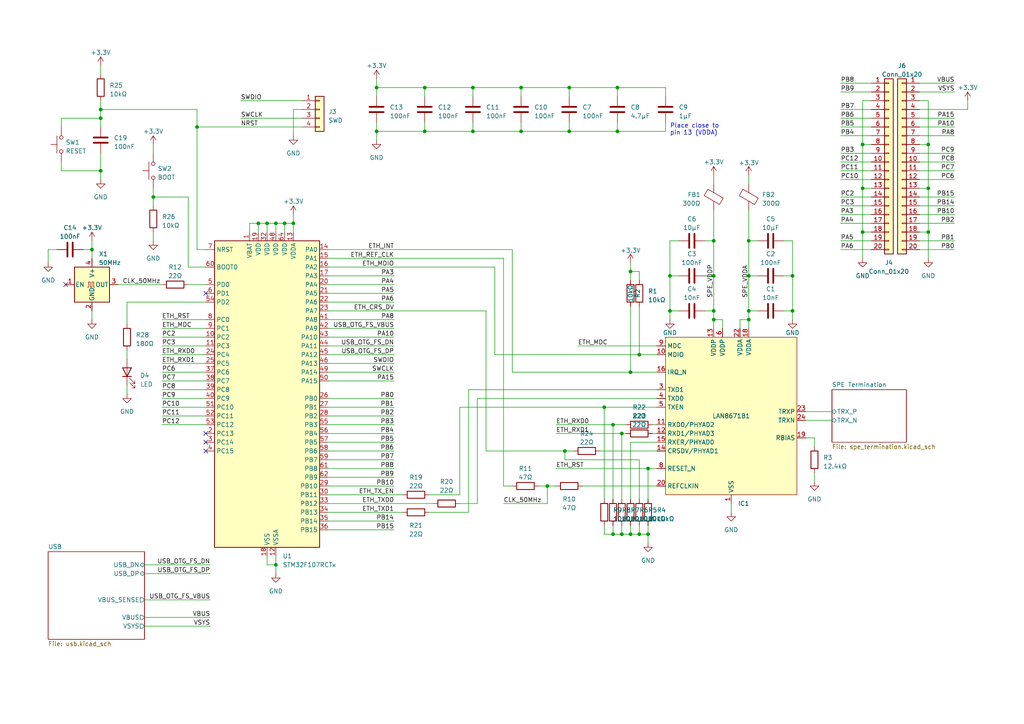
<source format=kicad_sch>
(kicad_sch (version 20230121) (generator eeschema)
  (paper "A4")
  (title_block (title "SPE Dongle") (date "2023-04-15") (rev "1.0") (company "Nathan Dumont"))
  (lib_symbols
    (symbol "Connector_Generic:Conn_01x04" (pin_names (offset 1.016) hide)
      (property "Reference" "J" (at 0 5.08 0))
      (property "Value" "Conn_01x04" (at 0 -7.62 0))
      (symbol "Conn_01x04_1_1"
        (pin passive line (at -5.08 2.54 0) (length 3.81) (name "Pin_1") (number "1"))
        (pin passive line (at -5.08 0 0) (length 3.81) (name "Pin_2") (number "2"))
        (pin passive line (at -5.08 -2.54 0) (length 3.81) (name "Pin_3") (number "3"))
        (pin passive line (at -5.08 -5.08 0) (length 3.81) (name "Pin_4") (number "4"))
      )
    )
    (symbol "Connector_Generic:Conn_01x20" (pin_names (offset 1.016) hide)
      (property "Reference" "J" (at 0 25.4 0))
      (property "Value" "Conn_01x20" (at 0 -27.94 0))
      (symbol "Conn_01x20_1_1"
        (pin passive line (at -5.08 22.86 0) (length 3.81) (name "Pin_1") (number "1"))
        (pin passive line (at -5.08 0 0) (length 3.81) (name "Pin_10") (number "10"))
        (pin passive line (at -5.08 -2.54 0) (length 3.81) (name "Pin_11") (number "11"))
        (pin passive line (at -5.08 -5.08 0) (length 3.81) (name "Pin_12") (number "12"))
        (pin passive line (at -5.08 -7.62 0) (length 3.81) (name "Pin_13") (number "13"))
        (pin passive line (at -5.08 -10.16 0) (length 3.81) (name "Pin_14") (number "14"))
        (pin passive line (at -5.08 -12.7 0) (length 3.81) (name "Pin_15") (number "15"))
        (pin passive line (at -5.08 -15.24 0) (length 3.81) (name "Pin_16") (number "16"))
        (pin passive line (at -5.08 -17.78 0) (length 3.81) (name "Pin_17") (number "17"))
        (pin passive line (at -5.08 -20.32 0) (length 3.81) (name "Pin_18") (number "18"))
        (pin passive line (at -5.08 -22.86 0) (length 3.81) (name "Pin_19") (number "19"))
        (pin passive line (at -5.08 20.32 0) (length 3.81) (name "Pin_2") (number "2"))
        (pin passive line (at -5.08 -25.4 0) (length 3.81) (name "Pin_20") (number "20"))
        (pin passive line (at -5.08 17.78 0) (length 3.81) (name "Pin_3") (number "3"))
        (pin passive line (at -5.08 15.24 0) (length 3.81) (name "Pin_4") (number "4"))
        (pin passive line (at -5.08 12.7 0) (length 3.81) (name "Pin_5") (number "5"))
        (pin passive line (at -5.08 10.16 0) (length 3.81) (name "Pin_6") (number "6"))
        (pin passive line (at -5.08 7.62 0) (length 3.81) (name "Pin_7") (number "7"))
        (pin passive line (at -5.08 5.08 0) (length 3.81) (name "Pin_8") (number "8"))
        (pin passive line (at -5.08 2.54 0) (length 3.81) (name "Pin_9") (number "9"))
      )
    )
    (symbol "Device:C" (pin_numbers hide) (pin_names (offset 0.254))
      (property "Reference" "C" (at 0.635 2.54 0))
      (property "Value" "C" (at 0.635 -2.54 0))
      (symbol "C_1_1"
        (pin passive line (at 0 3.81 270) (length 2.794) (name "~") (number "1"))
        (pin passive line (at 0 -3.81 90) (length 2.794) (name "~") (number "2"))
      )
    )
    (symbol "Device:FerriteBead" (pin_numbers hide) (pin_names (offset 0))
      (property "Reference" "FB" (at -3.81 0.635 90))
      (property "Value" "FerriteBead" (at 3.81 0 90))
      (symbol "FerriteBead_1_1"
        (pin passive line (at 0 3.81 270) (length 2.54) (name "~") (number "1"))
        (pin passive line (at 0 -3.81 90) (length 2.54) (name "~") (number "2"))
      )
    )
    (symbol "Device:LED" (pin_numbers hide) (pin_names (offset 1.016) hide)
      (property "Reference" "D" (at 0 2.54 0))
      (property "Value" "LED" (at 0 -2.54 0))
      (symbol "LED_1_1"
        (pin passive line (at -3.81 0 0) (length 2.54) (name "K") (number "1"))
        (pin passive line (at 3.81 0 180) (length 2.54) (name "A") (number "2"))
      )
    )
    (symbol "Device:R" (pin_numbers hide) (pin_names (offset 0))
      (property "Reference" "R" (at 2.032 0 90))
      (property "Value" "R" (at 0 0 90))
      (symbol "R_1_1"
        (pin passive line (at 0 3.81 270) (length 1.27) (name "~") (number "1"))
        (pin passive line (at 0 -3.81 90) (length 1.27) (name "~") (number "2"))
      )
    )
    (symbol "MCU_ST_STM32F1:STM32F107RCTx"
      (property "Reference" "U" (at -15.24 46.99 0))
      (property "Value" "STM32F107RCTx" (at 10.16 46.99 0))
      (symbol "STM32F107RCTx_1_1"
        (pin power_in line (at -5.08 48.26 270) (length 2.54) (name "VBAT") (number "1"))
        (pin bidirectional line (at -17.78 17.78 0) (length 2.54) (name "PC2") (number "10"))
        (pin bidirectional line (at -17.78 15.24 0) (length 2.54) (name "PC3") (number "11"))
        (pin power_in line (at 2.54 -45.72 90) (length 2.54) (name "VSSA") (number "12"))
        (pin power_in line (at 7.62 48.26 270) (length 2.54) (name "VDDA") (number "13"))
        (pin bidirectional line (at 17.78 43.18 180) (length 2.54) (name "PA0") (number "14"))
        (pin bidirectional line (at 17.78 40.64 180) (length 2.54) (name "PA1") (number "15"))
        (pin bidirectional line (at 17.78 38.1 180) (length 2.54) (name "PA2") (number "16"))
        (pin bidirectional line (at 17.78 35.56 180) (length 2.54) (name "PA3") (number "17"))
        (pin power_in line (at 0 -45.72 90) (length 2.54) (name "VSS") (number "18"))
        (pin power_in line (at -2.54 48.26 270) (length 2.54) (name "VDD") (number "19"))
        (pin bidirectional line (at -17.78 -10.16 0) (length 2.54) (name "PC13") (number "2"))
        (pin bidirectional line (at 17.78 33.02 180) (length 2.54) (name "PA4") (number "20"))
        (pin bidirectional line (at 17.78 30.48 180) (length 2.54) (name "PA5") (number "21"))
        (pin bidirectional line (at 17.78 27.94 180) (length 2.54) (name "PA6") (number "22"))
        (pin bidirectional line (at 17.78 25.4 180) (length 2.54) (name "PA7") (number "23"))
        (pin bidirectional line (at -17.78 12.7 0) (length 2.54) (name "PC4") (number "24"))
        (pin bidirectional line (at -17.78 10.16 0) (length 2.54) (name "PC5") (number "25"))
        (pin bidirectional line (at 17.78 0 180) (length 2.54) (name "PB0") (number "26"))
        (pin bidirectional line (at 17.78 -2.54 180) (length 2.54) (name "PB1") (number "27"))
        (pin bidirectional line (at 17.78 -5.08 180) (length 2.54) (name "PB2") (number "28"))
        (pin bidirectional line (at 17.78 -25.4 180) (length 2.54) (name "PB10") (number "29"))
        (pin bidirectional line (at -17.78 -12.7 0) (length 2.54) (name "PC14") (number "3"))
        (pin bidirectional line (at 17.78 -27.94 180) (length 2.54) (name "PB11") (number "30"))
        (pin passive line (at 0 -45.72 90) (length 2.54) hide (name "VSS") (number "31"))
        (pin power_in line (at 0 48.26 270) (length 2.54) (name "VDD") (number "32"))
        (pin bidirectional line (at 17.78 -30.48 180) (length 2.54) (name "PB12") (number "33"))
        (pin bidirectional line (at 17.78 -33.02 180) (length 2.54) (name "PB13") (number "34"))
        (pin bidirectional line (at 17.78 -35.56 180) (length 2.54) (name "PB14") (number "35"))
        (pin bidirectional line (at 17.78 -38.1 180) (length 2.54) (name "PB15") (number "36"))
        (pin bidirectional line (at -17.78 7.62 0) (length 2.54) (name "PC6") (number "37"))
        (pin bidirectional line (at -17.78 5.08 0) (length 2.54) (name "PC7") (number "38"))
        (pin bidirectional line (at -17.78 2.54 0) (length 2.54) (name "PC8") (number "39"))
        (pin bidirectional line (at -17.78 -15.24 0) (length 2.54) (name "PC15") (number "4"))
        (pin bidirectional line (at -17.78 0 0) (length 2.54) (name "PC9") (number "40"))
        (pin bidirectional line (at 17.78 22.86 180) (length 2.54) (name "PA8") (number "41"))
        (pin bidirectional line (at 17.78 20.32 180) (length 2.54) (name "PA9") (number "42"))
        (pin bidirectional line (at 17.78 17.78 180) (length 2.54) (name "PA10") (number "43"))
        (pin bidirectional line (at 17.78 15.24 180) (length 2.54) (name "PA11") (number "44"))
        (pin bidirectional line (at 17.78 12.7 180) (length 2.54) (name "PA12") (number "45"))
        (pin bidirectional line (at 17.78 10.16 180) (length 2.54) (name "PA13") (number "46"))
        (pin passive line (at 0 -45.72 90) (length 2.54) hide (name "VSS") (number "47"))
        (pin power_in line (at 2.54 48.26 270) (length 2.54) (name "VDD") (number "48"))
        (pin bidirectional line (at 17.78 7.62 180) (length 2.54) (name "PA14") (number "49"))
        (pin bidirectional line (at -17.78 33.02 0) (length 2.54) (name "PD0") (number "5"))
        (pin bidirectional line (at 17.78 5.08 180) (length 2.54) (name "PA15") (number "50"))
        (pin bidirectional line (at -17.78 -2.54 0) (length 2.54) (name "PC10") (number "51"))
        (pin bidirectional line (at -17.78 -5.08 0) (length 2.54) (name "PC11") (number "52"))
        (pin bidirectional line (at -17.78 -7.62 0) (length 2.54) (name "PC12") (number "53"))
        (pin bidirectional line (at -17.78 27.94 0) (length 2.54) (name "PD2") (number "54"))
        (pin bidirectional line (at 17.78 -7.62 180) (length 2.54) (name "PB3") (number "55"))
        (pin bidirectional line (at 17.78 -10.16 180) (length 2.54) (name "PB4") (number "56"))
        (pin bidirectional line (at 17.78 -12.7 180) (length 2.54) (name "PB5") (number "57"))
        (pin bidirectional line (at 17.78 -15.24 180) (length 2.54) (name "PB6") (number "58"))
        (pin bidirectional line (at 17.78 -17.78 180) (length 2.54) (name "PB7") (number "59"))
        (pin bidirectional line (at -17.78 30.48 0) (length 2.54) (name "PD1") (number "6"))
        (pin input line (at -17.78 38.1 0) (length 2.54) (name "BOOT0") (number "60"))
        (pin bidirectional line (at 17.78 -20.32 180) (length 2.54) (name "PB8") (number "61"))
        (pin bidirectional line (at 17.78 -22.86 180) (length 2.54) (name "PB9") (number "62"))
        (pin passive line (at 0 -45.72 90) (length 2.54) hide (name "VSS") (number "63"))
        (pin power_in line (at 5.08 48.26 270) (length 2.54) (name "VDD") (number "64"))
        (pin input line (at -17.78 43.18 0) (length 2.54) (name "NRST") (number "7"))
        (pin bidirectional line (at -17.78 22.86 0) (length 2.54) (name "PC0") (number "8"))
        (pin bidirectional line (at -17.78 20.32 0) (length 2.54) (name "PC1") (number "9"))
      )
    )
    (symbol "Oscillator:XO53" (pin_names (offset 0.254))
      (property "Reference" "X" (at -5.08 6.35 0))
      (property "Value" "XO53" (at 1.27 -6.35 0))
      (symbol "XO53_1_1"
        (pin input line (at -7.62 0 0) (length 2.54) (name "EN") (number "1"))
        (pin power_in line (at 0 -7.62 90) (length 2.54) (name "GND") (number "2"))
        (pin output line (at 7.62 0 180) (length 2.54) (name "OUT") (number "3"))
        (pin power_in line (at 0 7.62 270) (length 2.54) (name "V+") (number "4"))
      )
    )
    (symbol "Switch:SW_Push" (pin_numbers hide) (pin_names (offset 1.016) hide)
      (property "Reference" "SW" (at 1.27 2.54 0))
      (property "Value" "SW_Push" (at 0 -1.524 0))
      (symbol "SW_Push_0_1"
        (pin passive line (at -5.08 0 0) (length 2.54) (name "1") (number "1"))
        (pin passive line (at 5.08 0 180) (length 2.54) (name "2") (number "2"))
      )
    )
    (symbol "power:+3.3V" (power) (pin_names (offset 0))
      (property "Value" "+3.3V" (at 0 3.556 0))
      (symbol "+3.3V_1_1"
        (pin power_in line (at 0 0 90) (length 0) hide (name "+3.3V") (number "1"))
      )
    )
    (symbol "power:GND" (power) (pin_names (offset 0))
      (property "Value" "GND" (at 0 -3.81 0))
      (symbol "GND_1_1"
        (pin power_in line (at 0 0 270) (length 0) hide (name "GND") (number "1"))
      )
    )
    (symbol "power:PWR_FLAG" (power) (pin_numbers hide) (pin_names (offset 0) hide)
      (property "Value" "PWR_FLAG" (at 0 3.81 0))
      (symbol "PWR_FLAG_0_0"
        (pin power_out line (at 0 0 90) (length 0) (name "pwr") (number "1"))
      )
    )
    (symbol "spe:LAN8671B1"
      (property "Reference" "IC" (at 0 0 0))
      (symbol "LAN8671B1_1_1"
        (pin power_in line (at 0 -25.4 90) (length 2.54) (name "VSS") (number "1"))
        (pin bidirectional line (at -21.59 17.78 0) (length 2.54) (name "MDIO") (number "10"))
        (pin output line (at -21.59 -2.54 0) (length 2.54) (name "RXD0/PHYAD2") (number "11"))
        (pin output line (at -21.59 -5.08 0) (length 2.54) (name "RXD1/PHYAD3") (number "12"))
        (pin power_in line (at -5.08 25.4 270) (length 2.54) (name "VDDP") (number "13"))
        (pin output line (at -21.59 -10.16 0) (length 2.54) (name "CRSDV/PHYAD1") (number "14"))
        (pin output line (at -21.59 -7.62 0) (length 2.54) (name "RXER/PHYAD0") (number "15"))
        (pin output line (at -21.59 12.7 0) (length 2.54) (name "IRQ_N") (number "16"))
        (pin no_connect line (at 21.59 6.35 180) (length 2.54) hide (name "DNC") (number "17"))
        (pin power_in line (at 5.08 25.4 270) (length 2.54) (name "VDDA") (number "18"))
        (pin passive line (at 21.59 -6.35 180) (length 2.54) (name "RBIAS") (number "19"))
        (pin no_connect line (at 21.59 11.43 180) (length 2.54) hide (name "DNC") (number "2"))
        (pin passive line (at -21.59 -20.32 0) (length 2.54) (name "REFCLKIN") (number "20"))
        (pin no_connect line (at 21.59 3.81 180) (length 2.54) hide (name "DNC") (number "21"))
        (pin power_in line (at 2.54 25.4 270) (length 2.54) (name "VDDA") (number "22"))
        (pin bidirectional line (at 21.59 1.27 180) (length 2.54) (name "TRXP") (number "23"))
        (pin bidirectional line (at 21.59 -1.27 180) (length 2.54) (name "TRXN") (number "24"))
        (pin power_in line (at 0 -25.4 90) (length 2.54) hide (name "VSS") (number "25"))
        (pin input line (at -21.59 7.62 0) (length 2.54) (name "TXD1") (number "3"))
        (pin input line (at -21.59 5.08 0) (length 2.54) (name "TXD0") (number "4"))
        (pin input line (at -21.59 2.54 0) (length 2.54) (name "TXEN") (number "5"))
        (pin power_in line (at -2.54 25.4 270) (length 2.54) (name "VDDP") (number "6"))
        (pin no_connect line (at 21.59 8.89 180) (length 2.54) hide (name "DNC") (number "7"))
        (pin input line (at -21.59 -15.24 0) (length 2.54) (name "RESET_N") (number "8"))
        (pin input line (at -21.59 20.32 0) (length 2.54) (name "MDC") (number "9"))
      )
    )
  )
  (junction (at 185.42 154.94))
  (junction (at 177.8 123.19))
  (junction (at 29.21 34.29))
  (junction (at 269.24 41.91))
  (junction (at 194.31 90.17))
  (junction (at 109.22 38.1))
  (junction (at 158.75 140.97))
  (junction (at 163.83 130.81))
  (junction (at 217.17 69.85))
  (junction (at 180.34 154.94))
  (junction (at 217.17 80.01))
  (junction (at 217.17 90.17))
  (junction (at 182.88 78.74))
  (junction (at 123.19 25.4))
  (junction (at 182.88 154.94))
  (junction (at 269.24 67.31))
  (junction (at 44.45 57.15))
  (junction (at 229.87 80.01))
  (junction (at 80.01 163.83))
  (junction (at 207.01 90.17))
  (junction (at 207.01 92.71))
  (junction (at 57.15 36.83))
  (junction (at 80.01 64.77))
  (junction (at 109.22 25.4))
  (junction (at 82.55 64.77))
  (junction (at 187.96 135.89))
  (junction (at 207.01 69.85))
  (junction (at 250.19 54.61))
  (junction (at 180.34 125.73))
  (junction (at 85.09 64.77))
  (junction (at 182.88 107.95))
  (junction (at 74.93 64.77))
  (junction (at 137.16 25.4))
  (junction (at 151.13 25.4))
  (junction (at 177.8 154.94))
  (junction (at 175.26 118.11))
  (junction (at 187.96 154.94))
  (junction (at 269.24 54.61))
  (junction (at 179.07 38.1))
  (junction (at 137.16 38.1))
  (junction (at 185.42 102.87))
  (junction (at 229.87 90.17))
  (junction (at 207.01 80.01))
  (junction (at 165.1 38.1))
  (junction (at 217.17 92.71))
  (junction (at 29.21 49.53))
  (junction (at 151.13 38.1))
  (junction (at 29.21 31.75))
  (junction (at 179.07 25.4))
  (junction (at 250.19 41.91))
  (junction (at 123.19 38.1))
  (junction (at 250.19 67.31))
  (junction (at 26.67 72.39))
  (junction (at 77.47 64.77))
  (junction (at 194.31 80.01))
  (junction (at 165.1 25.4))
  (no_connect (at 59.69 130.81))
  (no_connect (at 59.69 128.27))
  (no_connect (at 59.69 85.09))
  (no_connect (at 19.05 82.55))
  (no_connect (at 59.69 125.73))
  (wire (pts (xy 85.09 64.77) (xy 85.09 67.31)))
  (wire (pts (xy 190.5 123.19) (xy 189.23 123.19)))
  (wire (pts (xy 46.99 118.11) (xy 59.69 118.11)))
  (wire (pts (xy 95.25 102.87) (xy 114.3 102.87)))
  (wire (pts (xy 318.77 83.82) (xy 331.47 83.82)))
  (wire (pts (xy 77.47 64.77) (xy 77.47 67.31)))
  (wire (pts (xy 266.7 72.39) (xy 276.86 72.39)))
  (wire (pts (xy 156.21 140.97) (xy 158.75 140.97)))
  (wire (pts (xy 269.24 41.91) (xy 269.24 54.61)))
  (wire (pts (xy 46.99 100.33) (xy 59.69 100.33)))
  (wire (pts (xy 151.13 35.56) (xy 151.13 38.1)))
  (wire (pts (xy 95.25 146.05) (xy 125.73 146.05)))
  (wire (pts (xy 217.17 80.01) (xy 217.17 90.17)))
  (wire (pts (xy 243.84 62.23) (xy 252.73 62.23)))
  (wire (pts (xy 80.01 64.77) (xy 80.01 67.31)))
  (wire (pts (xy 185.42 102.87) (xy 185.42 88.9)))
  (wire (pts (xy 95.25 138.43) (xy 114.3 138.43)))
  (wire (pts (xy 46.99 107.95) (xy 59.69 107.95)))
  (wire (pts (xy 95.25 140.97) (xy 114.3 140.97)))
  (wire (pts (xy 140.97 130.81) (xy 140.97 90.17)))
  (wire (pts (xy 165.1 25.4) (xy 179.07 25.4)))
  (wire (pts (xy 85.09 62.23) (xy 85.09 64.77)))
  (wire (pts (xy 137.16 38.1) (xy 151.13 38.1)))
  (wire (pts (xy 74.93 64.77) (xy 77.47 64.77)))
  (wire (pts (xy 207.01 50.8) (xy 207.01 53.34)))
  (wire (pts (xy 250.19 41.91) (xy 252.73 41.91)))
  (wire (pts (xy 177.8 123.19) (xy 177.8 144.78)))
  (wire (pts (xy 95.25 125.73) (xy 114.3 125.73)))
  (wire (pts (xy 133.35 118.11) (xy 133.35 143.51)))
  (wire (pts (xy 219.71 90.17) (xy 217.17 90.17)))
  (wire (pts (xy 57.15 36.83) (xy 87.63 36.83)))
  (wire (pts (xy 137.16 25.4) (xy 137.16 27.94)))
  (wire (pts (xy 179.07 25.4) (xy 179.07 27.94)))
  (wire (pts (xy 109.22 25.4) (xy 123.19 25.4)))
  (wire (pts (xy 250.19 29.21) (xy 250.19 41.91)))
  (wire (pts (xy 250.19 54.61) (xy 252.73 54.61)))
  (wire (pts (xy 243.84 59.69) (xy 252.73 59.69)))
  (wire (pts (xy 207.01 80.01) (xy 207.01 90.17)))
  (wire (pts (xy 193.04 25.4) (xy 193.04 27.94)))
  (wire (pts (xy 179.07 38.1) (xy 193.04 38.1)))
  (wire (pts (xy 161.29 123.19) (xy 177.8 123.19)))
  (wire (pts (xy 44.45 67.31) (xy 44.45 69.85)))
  (wire (pts (xy 123.19 25.4) (xy 123.19 27.94)))
  (wire (pts (xy 266.7 26.67) (xy 276.86 26.67)))
  (wire (pts (xy 46.99 113.03) (xy 59.69 113.03)))
  (wire (pts (xy 123.19 38.1) (xy 137.16 38.1)))
  (wire (pts (xy 77.47 161.29) (xy 77.47 163.83)))
  (wire (pts (xy 26.67 69.85) (xy 26.67 72.39)))
  (wire (pts (xy 29.21 31.75) (xy 29.21 34.29)))
  (wire (pts (xy 46.99 123.19) (xy 59.69 123.19)))
  (wire (pts (xy 95.25 143.51) (xy 116.84 143.51)))
  (wire (pts (xy 95.25 105.41) (xy 114.3 105.41)))
  (wire (pts (xy 72.39 64.77) (xy 74.93 64.77)))
  (wire (pts (xy 243.84 34.29) (xy 252.73 34.29)))
  (wire (pts (xy 233.68 121.92) (xy 241.3 121.92)))
  (wire (pts (xy 137.16 35.56) (xy 137.16 38.1)))
  (wire (pts (xy 280.67 31.75) (xy 280.67 29.21)))
  (wire (pts (xy 165.1 25.4) (xy 165.1 27.94)))
  (wire (pts (xy 158.75 140.97) (xy 161.29 140.97)))
  (wire (pts (xy 17.78 34.29) (xy 29.21 34.29)))
  (wire (pts (xy 209.55 92.71) (xy 207.01 92.71)))
  (wire (pts (xy 179.07 35.56) (xy 179.07 38.1)))
  (wire (pts (xy 250.19 67.31) (xy 252.73 67.31)))
  (wire (pts (xy 266.7 64.77) (xy 276.86 64.77)))
  (wire (pts (xy 146.05 140.97) (xy 148.59 140.97)))
  (wire (pts (xy 204.47 80.01) (xy 207.01 80.01)))
  (wire (pts (xy 41.91 173.99) (xy 60.96 173.99)))
  (wire (pts (xy 217.17 60.96) (xy 217.17 69.85)))
  (wire (pts (xy 266.7 46.99) (xy 276.86 46.99)))
  (wire (pts (xy 173.99 130.81) (xy 190.5 130.81)))
  (wire (pts (xy 266.7 24.13) (xy 276.86 24.13)))
  (wire (pts (xy 143.51 102.87) (xy 185.42 102.87)))
  (wire (pts (xy 95.25 133.35) (xy 114.3 133.35)))
  (wire (pts (xy 54.61 82.55) (xy 59.69 82.55)))
  (wire (pts (xy 196.85 80.01) (xy 194.31 80.01)))
  (wire (pts (xy 182.88 128.27) (xy 182.88 144.78)))
  (wire (pts (xy 179.07 25.4) (xy 193.04 25.4)))
  (wire (pts (xy 163.83 130.81) (xy 166.37 130.81)))
  (wire (pts (xy 29.21 31.75) (xy 57.15 31.75)))
  (wire (pts (xy 17.78 36.83) (xy 17.78 34.29)))
  (wire (pts (xy 266.7 62.23) (xy 276.86 62.23)))
  (wire (pts (xy 41.91 166.37) (xy 60.96 166.37)))
  (wire (pts (xy 266.7 59.69) (xy 276.86 59.69)))
  (wire (pts (xy 243.84 26.67) (xy 252.73 26.67)))
  (wire (pts (xy 269.24 67.31) (xy 266.7 67.31)))
  (wire (pts (xy 29.21 29.21) (xy 29.21 31.75)))
  (wire (pts (xy 77.47 64.77) (xy 80.01 64.77)))
  (wire (pts (xy 151.13 25.4) (xy 151.13 27.94)))
  (wire (pts (xy 165.1 38.1) (xy 179.07 38.1)))
  (wire (pts (xy 161.29 135.89) (xy 187.96 135.89)))
  (wire (pts (xy 236.22 137.16) (xy 236.22 139.7)))
  (wire (pts (xy 95.25 115.57) (xy 114.3 115.57)))
  (wire (pts (xy 80.01 163.83) (xy 80.01 161.29)))
  (wire (pts (xy 29.21 44.45) (xy 29.21 49.53)))
  (wire (pts (xy 217.17 69.85) (xy 219.71 69.85)))
  (wire (pts (xy 95.25 120.65) (xy 114.3 120.65)))
  (wire (pts (xy 252.73 29.21) (xy 250.19 29.21)))
  (wire (pts (xy 217.17 50.8) (xy 217.17 53.34)))
  (wire (pts (xy 181.61 125.73) (xy 180.34 125.73)))
  (wire (pts (xy 243.84 64.77) (xy 252.73 64.77)))
  (wire (pts (xy 177.8 152.4) (xy 177.8 154.94)))
  (wire (pts (xy 349.25 80.01) (xy 349.25 82.55)))
  (wire (pts (xy 269.24 41.91) (xy 266.7 41.91)))
  (wire (pts (xy 72.39 67.31) (xy 72.39 64.77)))
  (wire (pts (xy 182.88 107.95) (xy 190.5 107.95)))
  (wire (pts (xy 69.85 34.29) (xy 87.63 34.29)))
  (wire (pts (xy 180.34 152.4) (xy 180.34 154.94)))
  (wire (pts (xy 185.42 154.94) (xy 187.96 154.94)))
  (wire (pts (xy 29.21 34.29) (xy 29.21 36.83)))
  (wire (pts (xy 95.25 72.39) (xy 148.59 72.39)))
  (wire (pts (xy 158.75 140.97) (xy 158.75 146.05)))
  (wire (pts (xy 17.78 49.53) (xy 29.21 49.53)))
  (wire (pts (xy 95.25 82.55) (xy 114.3 82.55)))
  (wire (pts (xy 266.7 44.45) (xy 276.86 44.45)))
  (wire (pts (xy 180.34 154.94) (xy 182.88 154.94)))
  (wire (pts (xy 148.59 72.39) (xy 148.59 107.95)))
  (wire (pts (xy 229.87 90.17) (xy 229.87 92.71)))
  (wire (pts (xy 95.25 118.11) (xy 114.3 118.11)))
  (wire (pts (xy 175.26 154.94) (xy 177.8 154.94)))
  (wire (pts (xy 243.84 36.83) (xy 252.73 36.83)))
  (wire (pts (xy 194.31 90.17) (xy 196.85 90.17)))
  (wire (pts (xy 95.25 80.01) (xy 114.3 80.01)))
  (wire (pts (xy 29.21 19.05) (xy 29.21 21.59)))
  (wire (pts (xy 80.01 163.83) (xy 80.01 166.37)))
  (wire (pts (xy 138.43 146.05) (xy 138.43 115.57)))
  (wire (pts (xy 109.22 38.1) (xy 109.22 40.64)))
  (wire (pts (xy 227.33 69.85) (xy 229.87 69.85)))
  (wire (pts (xy 207.01 90.17) (xy 207.01 92.71)))
  (wire (pts (xy 182.88 81.28) (xy 182.88 78.74)))
  (wire (pts (xy 250.19 41.91) (xy 250.19 54.61)))
  (wire (pts (xy 269.24 54.61) (xy 269.24 67.31)))
  (wire (pts (xy 13.97 72.39) (xy 13.97 76.2)))
  (wire (pts (xy 95.25 123.19) (xy 114.3 123.19)))
  (wire (pts (xy 124.46 143.51) (xy 133.35 143.51)))
  (wire (pts (xy 217.17 80.01) (xy 217.17 69.85)))
  (wire (pts (xy 123.19 35.56) (xy 123.19 38.1)))
  (wire (pts (xy 82.55 64.77) (xy 82.55 67.31)))
  (wire (pts (xy 204.47 90.17) (xy 207.01 90.17)))
  (wire (pts (xy 95.25 95.25) (xy 114.3 95.25)))
  (wire (pts (xy 44.45 41.91) (xy 44.45 44.45)))
  (wire (pts (xy 95.25 85.09) (xy 114.3 85.09)))
  (wire (pts (xy 36.83 101.6) (xy 36.83 104.14)))
  (wire (pts (xy 163.83 130.81) (xy 163.83 133.35)))
  (wire (pts (xy 95.25 97.79) (xy 114.3 97.79)))
  (wire (pts (xy 266.7 29.21) (xy 269.24 29.21)))
  (wire (pts (xy 41.91 179.07) (xy 60.96 179.07)))
  (wire (pts (xy 36.83 111.76) (xy 36.83 114.3)))
  (wire (pts (xy 182.88 78.74) (xy 185.42 78.74)))
  (wire (pts (xy 187.96 135.89) (xy 187.96 144.78)))
  (wire (pts (xy 165.1 35.56) (xy 165.1 38.1)))
  (wire (pts (xy 214.63 95.25) (xy 214.63 92.71)))
  (wire (pts (xy 180.34 125.73) (xy 180.34 144.78)))
  (wire (pts (xy 95.25 148.59) (xy 116.84 148.59)))
  (wire (pts (xy 44.45 57.15) (xy 54.61 57.15)))
  (wire (pts (xy 95.25 90.17) (xy 140.97 90.17)))
  (wire (pts (xy 57.15 36.83) (xy 57.15 72.39)))
  (wire (pts (xy 209.55 95.25) (xy 209.55 92.71)))
  (wire (pts (xy 54.61 77.47) (xy 59.69 77.47)))
  (wire (pts (xy 266.7 31.75) (xy 280.67 31.75)))
  (wire (pts (xy 41.91 163.83) (xy 60.96 163.83)))
  (wire (pts (xy 46.99 102.87) (xy 59.69 102.87)))
  (wire (pts (xy 137.16 25.4) (xy 151.13 25.4)))
  (wire (pts (xy 163.83 133.35) (xy 185.42 133.35)))
  (wire (pts (xy 54.61 57.15) (xy 54.61 77.47)))
  (wire (pts (xy 185.42 78.74) (xy 185.42 81.28)))
  (wire (pts (xy 187.96 154.94) (xy 187.96 152.4)))
  (wire (pts (xy 331.47 97.79) (xy 331.47 93.98)))
  (wire (pts (xy 151.13 38.1) (xy 165.1 38.1)))
  (wire (pts (xy 109.22 35.56) (xy 109.22 38.1)))
  (wire (pts (xy 57.15 31.75) (xy 57.15 36.83)))
  (wire (pts (xy 124.46 148.59) (xy 135.89 148.59)))
  (wire (pts (xy 190.5 135.89) (xy 187.96 135.89)))
  (wire (pts (xy 87.63 31.75) (xy 85.09 31.75)))
  (wire (pts (xy 207.01 69.85) (xy 207.01 80.01)))
  (wire (pts (xy 109.22 27.94) (xy 109.22 25.4)))
  (wire (pts (xy 266.7 36.83) (xy 276.86 36.83)))
  (wire (pts (xy 190.5 102.87) (xy 185.42 102.87)))
  (wire (pts (xy 190.5 113.03) (xy 135.89 113.03)))
  (wire (pts (xy 46.99 105.41) (xy 59.69 105.41)))
  (wire (pts (xy 74.93 64.77) (xy 74.93 67.31)))
  (wire (pts (xy 95.25 74.93) (xy 146.05 74.93)))
  (wire (pts (xy 196.85 69.85) (xy 194.31 69.85)))
  (wire (pts (xy 207.01 60.96) (xy 207.01 69.85)))
  (wire (pts (xy 194.31 80.01) (xy 194.31 90.17)))
  (wire (pts (xy 138.43 115.57) (xy 190.5 115.57)))
  (wire (pts (xy 233.68 119.38) (xy 241.3 119.38)))
  (wire (pts (xy 36.83 87.63) (xy 36.83 93.98)))
  (wire (pts (xy 182.88 152.4) (xy 182.88 154.94)))
  (wire (pts (xy 243.84 44.45) (xy 252.73 44.45)))
  (wire (pts (xy 95.25 151.13) (xy 114.3 151.13)))
  (wire (pts (xy 109.22 38.1) (xy 123.19 38.1)))
  (wire (pts (xy 151.13 25.4) (xy 165.1 25.4)))
  (wire (pts (xy 182.88 154.94) (xy 185.42 154.94)))
  (wire (pts (xy 236.22 127) (xy 236.22 129.54)))
  (wire (pts (xy 182.88 88.9) (xy 182.88 107.95)))
  (wire (pts (xy 41.91 181.61) (xy 60.96 181.61)))
  (wire (pts (xy 26.67 74.93) (xy 26.67 72.39)))
  (wire (pts (xy 80.01 64.77) (xy 82.55 64.77)))
  (wire (pts (xy 29.21 49.53) (xy 29.21 52.07)))
  (wire (pts (xy 44.45 54.61) (xy 44.45 57.15)))
  (wire (pts (xy 194.31 90.17) (xy 194.31 92.71)))
  (wire (pts (xy 161.29 125.73) (xy 180.34 125.73)))
  (wire (pts (xy 193.04 38.1) (xy 193.04 35.56)))
  (wire (pts (xy 212.09 146.05) (xy 212.09 148.59)))
  (wire (pts (xy 26.67 90.17) (xy 26.67 92.71)))
  (wire (pts (xy 194.31 69.85) (xy 194.31 80.01)))
  (wire (pts (xy 17.78 46.99) (xy 17.78 49.53)))
  (wire (pts (xy 229.87 90.17) (xy 227.33 90.17)))
  (wire (pts (xy 123.19 25.4) (xy 137.16 25.4)))
  (wire (pts (xy 190.5 125.73) (xy 189.23 125.73)))
  (wire (pts (xy 95.25 130.81) (xy 114.3 130.81)))
  (wire (pts (xy 146.05 146.05) (xy 158.75 146.05)))
  (wire (pts (xy 59.69 87.63) (xy 36.83 87.63)))
  (wire (pts (xy 266.7 34.29) (xy 276.86 34.29)))
  (wire (pts (xy 24.13 72.39) (xy 26.67 72.39)))
  (wire (pts (xy 250.19 67.31) (xy 250.19 74.93)))
  (wire (pts (xy 175.26 144.78) (xy 175.26 118.11)))
  (wire (pts (xy 207.01 92.71) (xy 207.01 95.25)))
  (wire (pts (xy 266.7 57.15) (xy 276.86 57.15)))
  (wire (pts (xy 95.25 77.47) (xy 143.51 77.47)))
  (wire (pts (xy 95.25 110.49) (xy 114.3 110.49)))
  (wire (pts (xy 243.84 39.37) (xy 252.73 39.37)))
  (wire (pts (xy 181.61 123.19) (xy 177.8 123.19)))
  (wire (pts (xy 269.24 67.31) (xy 269.24 74.93)))
  (wire (pts (xy 175.26 152.4) (xy 175.26 154.94)))
  (wire (pts (xy 46.99 120.65) (xy 59.69 120.65)))
  (wire (pts (xy 214.63 92.71) (xy 217.17 92.71)))
  (wire (pts (xy 233.68 127) (xy 236.22 127)))
  (wire (pts (xy 95.25 128.27) (xy 114.3 128.27)))
  (wire (pts (xy 269.24 54.61) (xy 266.7 54.61)))
  (wire (pts (xy 243.84 57.15) (xy 252.73 57.15)))
  (wire (pts (xy 16.51 72.39) (xy 13.97 72.39)))
  (wire (pts (xy 177.8 154.94) (xy 180.34 154.94)))
  (wire (pts (xy 243.84 31.75) (xy 252.73 31.75)))
  (wire (pts (xy 190.5 128.27) (xy 182.88 128.27)))
  (wire (pts (xy 46.99 97.79) (xy 59.69 97.79)))
  (wire (pts (xy 243.84 46.99) (xy 252.73 46.99)))
  (wire (pts (xy 95.25 153.67) (xy 114.3 153.67)))
  (wire (pts (xy 331.47 83.82) (xy 331.47 80.01)))
  (wire (pts (xy 69.85 29.21) (xy 87.63 29.21)))
  (wire (pts (xy 318.77 97.79) (xy 331.47 97.79)))
  (wire (pts (xy 269.24 29.21) (xy 269.24 41.91)))
  (wire (pts (xy 34.29 82.55) (xy 46.99 82.55)))
  (wire (pts (xy 204.47 69.85) (xy 207.01 69.85)))
  (wire (pts (xy 243.84 69.85) (xy 252.73 69.85)))
  (wire (pts (xy 182.88 76.2) (xy 182.88 78.74)))
  (wire (pts (xy 148.59 107.95) (xy 182.88 107.95)))
  (wire (pts (xy 95.25 135.89) (xy 114.3 135.89)))
  (wire (pts (xy 95.25 107.95) (xy 114.3 107.95)))
  (wire (pts (xy 266.7 52.07) (xy 276.86 52.07)))
  (wire (pts (xy 266.7 69.85) (xy 276.86 69.85)))
  (wire (pts (xy 140.97 130.81) (xy 163.83 130.81)))
  (wire (pts (xy 168.91 140.97) (xy 190.5 140.97)))
  (wire (pts (xy 229.87 80.01) (xy 229.87 90.17)))
  (wire (pts (xy 175.26 118.11) (xy 133.35 118.11)))
  (wire (pts (xy 46.99 92.71) (xy 59.69 92.71)))
  (wire (pts (xy 146.05 74.93) (xy 146.05 140.97)))
  (wire (pts (xy 217.17 90.17) (xy 217.17 92.71)))
  (wire (pts (xy 227.33 80.01) (xy 229.87 80.01)))
  (wire (pts (xy 250.19 54.61) (xy 250.19 67.31)))
  (wire (pts (xy 77.47 163.83) (xy 80.01 163.83)))
  (wire (pts (xy 187.96 154.94) (xy 187.96 157.48)))
  (wire (pts (xy 219.71 80.01) (xy 217.17 80.01)))
  (wire (pts (xy 135.89 113.03) (xy 135.89 148.59)))
  (wire (pts (xy 46.99 110.49) (xy 59.69 110.49)))
  (wire (pts (xy 167.64 100.33) (xy 190.5 100.33)))
  (wire (pts (xy 243.84 72.39) (xy 252.73 72.39)))
  (wire (pts (xy 185.42 152.4) (xy 185.42 154.94)))
  (wire (pts (xy 243.84 52.07) (xy 252.73 52.07)))
  (wire (pts (xy 175.26 118.11) (xy 190.5 118.11)))
  (wire (pts (xy 46.99 95.25) (xy 59.69 95.25)))
  (wire (pts (xy 243.84 24.13) (xy 252.73 24.13)))
  (wire (pts (xy 82.55 64.77) (xy 85.09 64.77)))
  (wire (pts (xy 57.15 72.39) (xy 59.69 72.39)))
  (wire (pts (xy 46.99 115.57) (xy 59.69 115.57)))
  (wire (pts (xy 243.84 49.53) (xy 252.73 49.53)))
  (wire (pts (xy 109.22 22.86) (xy 109.22 25.4)))
  (wire (pts (xy 133.35 146.05) (xy 138.43 146.05)))
  (wire (pts (xy 85.09 31.75) (xy 85.09 39.37)))
  (wire (pts (xy 95.25 100.33) (xy 114.3 100.33)))
  (wire (pts (xy 266.7 49.53) (xy 276.86 49.53)))
  (wire (pts (xy 95.25 92.71) (xy 114.3 92.71)))
  (wire (pts (xy 143.51 77.47) (xy 143.51 102.87)))
  (wire (pts (xy 95.25 87.63) (xy 114.3 87.63)))
  (wire (pts (xy 229.87 69.85) (xy 229.87 80.01)))
  (wire (pts (xy 266.7 39.37) (xy 276.86 39.37)))
  (wire (pts (xy 217.17 92.71) (xy 217.17 95.25)))
  (wire (pts (xy 185.42 133.35) (xy 185.42 144.78)))
  (wire (pts (xy 44.45 57.15) (xy 44.45 59.69)))
  (text "Place close to\npin 13 (VDDA)" (at 194.31 39.37 0) (effects (font (size 1.27 1.27)) (justify left bottom)))
  (label "PA15" (at 276.86 34.29 180))
  (label "PA4" (at 243.84 64.77 0))
  (label "ETH_TXD0" (at 114.3 146.05 180))
  (label "PB4" (at 114.3 125.73 180))
  (label "PB2" (at 114.3 120.65 180))
  (label "PB4" (at 243.84 39.37 0))
  (label "PC11" (at 46.99 120.65 0))
  (label "USB_OTG_FS_VBUS" (at 60.96 173.99 180))
  (label "PB5" (at 114.3 128.27 180))
  (label "SWDIO" (at 114.3 105.41 180))
  (label "PB14" (at 276.86 59.69 180))
  (label "PB9" (at 243.84 26.67 0))
  (label "VSYS" (at 60.96 181.61 180))
  (label "PA6" (at 114.3 87.63 180))
  (label "PB3" (at 114.3 123.19 180))
  (label "PC12" (at 46.99 123.19 0))
  (label "ETH_INT" (at 114.3 72.39 180))
  (label "CLK_50MHz" (at 146.05 146.05 0))
  (label "PC3" (at 46.99 100.33 0))
  (label "PC2" (at 46.99 97.79 0))
  (label "PA4" (at 114.3 82.55 180))
  (label "ETH_TX_EN" (at 114.3 143.51 180))
  (label "ETH_MDC" (at 46.99 95.25 0))
  (label "PB1" (at 114.3 118.11 180))
  (label "ETH_RST" (at 46.99 92.71 0))
  (label "ETH_RXD1" (at 46.99 105.41 0))
  (label "ETH_RXD0" (at 161.29 123.19 0))
  (label "PA10" (at 276.86 36.83 180))
  (label "PA8" (at 114.3 92.71 180))
  (label "CLK_50MHz" (at 35.56 82.55 0))
  (label "PC10" (at 243.84 52.07 0))
  (label "ETH_MDIO" (at 114.3 77.47 180))
  (label "PB7" (at 114.3 133.35 180))
  (label "PB5" (at 243.84 36.83 0))
  (label "PC9" (at 46.99 115.57 0))
  (label "VBUS" (at 276.86 24.13 180))
  (label "PB14" (at 114.3 151.13 180))
  (label "USB_OTG_FS_DN" (at 114.3 100.33 180))
  (label "PB8" (at 243.84 24.13 0))
  (label "USB_OTG_FS_DP" (at 60.96 166.37 180))
  (label "PC9" (at 276.86 44.45 180))
  (label "PB15" (at 114.3 153.67 180))
  (label "PC3" (at 243.84 59.69 0))
  (label "PB7" (at 243.84 31.75 0))
  (label "PC8" (at 276.86 46.99 180))
  (label "PB6" (at 243.84 34.29 0))
  (label "PB0" (at 276.86 72.39 180))
  (label "ETH_MDC" (at 167.64 100.33 0))
  (label "PA8" (at 276.86 39.37 180))
  (label "PB1" (at 276.86 69.85 180))
  (label "PB10" (at 276.86 62.23 180))
  (label "PC11" (at 243.84 49.53 0))
  (label "SPE_VDDA" (at 318.77 97.79 0))
  (label "ETH_RXD1" (at 161.29 125.73 0))
  (label "VBUS" (at 60.96 179.07 180))
  (label "PB2" (at 276.86 64.77 180))
  (label "ETH_REF_CLK" (at 114.3 74.93 180))
  (label "PA3" (at 243.84 62.23 0))
  (label "PC12" (at 243.84 46.99 0))
  (label "PC8" (at 46.99 113.03 0))
  (label "SWCLK" (at 114.3 107.95 180))
  (label "ETH_TXD1" (at 114.3 148.59 180))
  (label "PB8" (at 114.3 135.89 180))
  (label "USB_OTG_FS_DP" (at 114.3 102.87 180))
  (label "SPE_VDDP" (at 207.01 86.36 90))
  (label "PC2" (at 243.84 57.15 0))
  (label "PA5" (at 114.3 85.09 180))
  (label "ETH_RST" (at 161.29 135.89 0))
  (label "PB0" (at 114.3 115.57 180))
  (label "SPE_VDDA" (at 217.17 86.36 90))
  (label "PA6" (at 243.84 72.39 0))
  (label "SWCLK" (at 69.85 34.29 0))
  (label "SWDIO" (at 69.85 29.21 0))
  (label "ETH_RXD0" (at 46.99 102.87 0))
  (label "USB_OTG_FS_VBUS" (at 114.3 95.25 180))
  (label "PC7" (at 46.99 110.49 0))
  (label "PC6" (at 46.99 107.95 0))
  (label "PC10" (at 46.99 118.11 0))
  (label "PA15" (at 114.3 110.49 180))
  (label "PC7" (at 276.86 49.53 180))
  (label "PB9" (at 114.3 138.43 180))
  (label "PA5" (at 243.84 69.85 0))
  (label "PA3" (at 114.3 80.01 180))
  (label "PB15" (at 276.86 57.15 180))
  (label "USB_OTG_FS_DN" (at 60.96 163.83 180))
  (label "PA10" (at 114.3 97.79 180))
  (label "PB6" (at 114.3 130.81 180))
  (label "PB3" (at 243.84 44.45 0))
  (label "VSYS" (at 276.86 26.67 180))
  (label "SPE_VDDP" (at 318.77 83.82 0))
  (label "NRST" (at 69.85 36.83 0))
  (label "ETH_CRS_DV" (at 114.3 90.17 180))
  (label "PB10" (at 114.3 140.97 180))
  (label "PC6" (at 276.86 52.07 180))
  (symbol (lib_id "Device:R") (at 177.8 148.59 0) (unit 1)
    (property "Reference" "R8" (at 180.34 147.955 0) (effects (justify left)))
    (property "Value" "10kΩ" (at 180.34 150.495 0) (effects (justify left)))
    (property "Footprint" "Resistor_SMD:R_0402_1005Metric" (effects hide))
  )
  (symbol (lib_id "Device:R") (at 44.45 63.5 0) (unit 1)
    (property "Reference" "R26" (at 46.99 62.865 0) (effects (justify left)))
    (property "Value" "10kΩ" (at 46.99 65.405 0) (effects (justify left)))
    (property "Footprint" "Resistor_SMD:R_0402_1005Metric" (effects hide))
  )
  (symbol (lib_id "Device:R") (at 187.96 148.59 0) (unit 1)
    (property "Reference" "R4" (at 190.5 147.955 0) (effects (justify left)))
    (property "Value" "10kΩ" (at 190.5 150.495 0) (effects (justify left)))
    (property "Footprint" "Resistor_SMD:R_0402_1005Metric" (effects hide))
  )
  (symbol (lib_id "Device:C") (at 179.07 31.75 0) (unit 1)
    (property "Reference" "C8" (at 182.88 31.115 0) (effects (justify left)))
    (property "Value" "4.7µF" (at 182.88 33.655 0) (effects (justify left)))
    (property "Footprint" "Capacitor_SMD:C_0805_2012Metric" (effects hide))
  )
  (symbol (lib_id "Connector_Generic:Conn_01x20") (at 257.81 46.99 0) (unit 1)
    (property "Reference" "J4" (at 257.81 76.2 0))
    (property "Value" "Conn_01x20" (at 257.81 78.74 0))
    (property "Footprint" "Connector_PinHeader_2.54mm:PinHeader_1x20_P2.54mm_Vertical" (effects hide))
  )
  (symbol (lib_id "spe:LAN8671B1") (at 212.09 120.65 0) (unit 1)
    (property "Reference" "IC1" (at 214.0459 146.05 0) (effects (justify left)))
    (property "Value" "LAN8671B1" (at 212.09 120.65 0))
    (property "Footprint" "Package_DFN_QFN:VQFN-24-1EP_4x4mm_P0.5mm_EP2.5x2.5mm_ThermalVias" (effects hide))
  )
  (symbol (lib_id "Device:C") (at 223.52 69.85 90) (unit 1)
    (property "Reference" "C5" (at 223.52 63.5 90))
    (property "Value" "10µF" (at 223.52 66.04 90))
    (property "Footprint" "Capacitor_SMD:C_0603_1608Metric" (effects hide))
    (property "Farnell" "1735528" (effects hide))
  )
  (symbol (lib_id "Device:R") (at 50.8 82.55 90) (unit 1)
    (property "Reference" "R12" (at 50.8 77.47 90))
    (property "Value" "22Ω" (at 50.8 80.01 90))
    (property "Footprint" "Resistor_SMD:R_0402_1005Metric" (effects hide))
  )
  (symbol (lib_id "Device:R") (at 170.18 130.81 90) (unit 1)
    (property "Reference" "R24" (at 170.18 125.73 90))
    (property "Value" "22Ω" (at 170.18 128.27 90))
    (property "Footprint" "Resistor_SMD:R_0402_1005Metric" (effects hide))
  )
  (symbol (lib_id "power:GND") (at 109.22 40.64 0) (unit 1)
    (property "Reference" "#PWR07" (effects hide))
    (property "Value" "GND" (at 109.22 45.72 0))
  )
  (symbol (lib_id "MCU_ST_STM32F1:STM32F107RCTx") (at 77.47 115.57 0) (unit 1)
    (property "Reference" "U1" (at 81.9659 161.29 0) (effects (justify left)))
    (property "Value" "STM32F107RCTx" (at 81.9659 163.83 0) (effects (justify left)))
    (property "Footprint" "Package_QFP:LQFP-64_10x10mm_P0.5mm" (effects hide))
    (property "Datasheet" "https://www.st.com/resource/en/datasheet/stm32f107rc.pdf" (effects hide))
  )
  (symbol (lib_id "Device:R") (at 152.4 140.97 90) (unit 1)
    (property "Reference" "R11" (at 152.4 135.89 90))
    (property "Value" "47Ω" (at 152.4 138.43 90))
    (property "Footprint" "Resistor_SMD:R_0402_1005Metric" (effects hide))
  )
  (symbol (lib_id "Connector_Generic:Conn_01x20") (at 261.62 46.99 0) (mirror y) (unit 1)
    (property "Reference" "J6" (at 261.62 19.05 0))
    (property "Value" "Conn_01x20" (at 261.62 21.59 0))
    (property "Footprint" "Connector_PinHeader_2.54mm:PinHeader_1x20_P2.54mm_Vertical" (effects hide))
  )
  (symbol (lib_id "power:+3.3V") (at 207.01 50.8 0) (unit 1)
    (property "Reference" "#PWR03" (effects hide))
    (property "Value" "+3.3V" (at 207.01 46.99 0))
  )
  (symbol (lib_id "power:PWR_FLAG") (at 349.25 82.55 180) (unit 1)
    (property "Reference" "#FLG02" (effects hide))
    (property "Value" "PWR_FLAG" (at 349.25 87.63 0))
  )
  (symbol (lib_id "Device:C") (at 200.66 90.17 90) (unit 1)
    (property "Reference" "C4" (at 200.66 83.82 90))
    (property "Value" "10nF" (at 200.66 86.36 90))
    (property "Footprint" "Capacitor_SMD:C_0402_1005Metric" (effects hide))
  )
  (symbol (lib_id "Device:C") (at 193.04 31.75 0) (unit 1)
    (property "Reference" "C9" (at 196.85 31.115 0) (effects (justify left)))
    (property "Value" "1µF" (at 196.85 33.655 0) (effects (justify left)))
    (property "Footprint" "Capacitor_SMD:C_0603_1608Metric" (effects hide))
  )
  (symbol (lib_id "power:+3.3V") (at 26.67 69.85 0) (unit 1)
    (property "Reference" "#PWR010" (effects hide))
    (property "Value" "+3.3V" (at 26.67 66.04 0))
  )
  (symbol (lib_id "power:+3.3V") (at 44.45 41.91 0) (unit 1)
    (property "Reference" "#PWR018" (effects hide))
    (property "Value" "+3.3V" (at 44.45 38.1 0))
  )
  (symbol (lib_id "power:GND") (at 26.67 92.71 0) (unit 1)
    (property "Reference" "#PWR09" (effects hide))
    (property "Value" "GND" (at 26.67 97.79 0))
  )
  (symbol (lib_id "Device:R") (at 175.26 148.59 0) (unit 1)
    (property "Reference" "R9" (at 177.8 147.955 0) (effects (justify left)))
    (property "Value" "10kΩ" (at 177.8 150.495 0) (effects (justify left)))
    (property "Footprint" "Resistor_SMD:R_0402_1005Metric" (effects hide))
  )
  (symbol (lib_id "power:+3.3V") (at 109.22 22.86 0) (unit 1)
    (property "Reference" "#PWR08" (effects hide))
    (property "Value" "+3.3V" (at 109.22 19.05 0))
  )
  (symbol (lib_id "Device:R") (at 185.42 123.19 90) (unit 1)
    (property "Reference" "R22" (at 185.42 118.11 90))
    (property "Value" "22Ω" (at 185.42 120.65 90))
    (property "Footprint" "Resistor_SMD:R_0402_1005Metric" (effects hide))
  )
  (symbol (lib_id "power:GND") (at 194.31 92.71 0) (unit 1)
    (property "Reference" "#PWR0101" (effects hide))
    (property "Value" "GND" (at 194.31 96.52 0))
  )
  (symbol (lib_id "power:GND") (at 269.24 74.93 0) (mirror y) (unit 1)
    (property "Reference" "#PWR033" (effects hide))
    (property "Value" "GND" (at 269.24 80.01 0))
  )
  (symbol (lib_id "power:PWR_FLAG") (at 331.47 80.01 0) (unit 1)
    (property "Reference" "#FLG01" (effects hide))
    (property "Value" "PWR_FLAG" (at 331.47 76.2 0))
  )
  (symbol (lib_id "power:+3.3V") (at 217.17 50.8 0) (unit 1)
    (property "Reference" "#PWR0103" (effects hide))
    (property "Value" "+3.3V" (at 217.17 47.244 0))
  )
  (symbol (lib_id "power:+3.3V") (at 349.25 80.01 0) (unit 1)
    (property "Reference" "#PWR029" (effects hide))
    (property "Value" "+3.3V" (at 349.25 76.2 0))
  )
  (symbol (lib_id "power:PWR_FLAG") (at 331.47 93.98 0) (unit 1)
    (property "Reference" "#FLG0101" (effects hide))
    (property "Value" "PWR_FLAG" (at 331.47 90.17 0))
  )
  (symbol (lib_id "Connector_Generic:Conn_01x04") (at 92.71 31.75 0) (unit 1)
    (property "Reference" "J3" (at 95.25 32.385 0) (effects (justify left)))
    (property "Value" "SWD" (at 95.25 34.925 0) (effects (justify left)))
    (property "Footprint" "Connector_PinHeader_2.54mm:PinHeader_1x04_P2.54mm_Vertical" (effects hide))
  )
  (symbol (lib_id "Device:FerriteBead") (at 217.17 57.15 0) (unit 1)
    (property "Reference" "FB2" (at 220.98 56.4642 0) (effects (justify left)))
    (property "Value" "300Ω" (at 220.98 59.0042 0) (effects (justify left)))
    (property "Footprint" "Inductor_SMD:L_0603_1608Metric" (effects hide))
  )
  (symbol (lib_id "Device:R") (at 36.83 97.79 0) (unit 1)
    (property "Reference" "R28" (at 39.37 97.155 0) (effects (justify left)))
    (property "Value" "180Ω" (at 39.37 99.695 0) (effects (justify left)))
    (property "Footprint" "Resistor_SMD:R_0402_1005Metric" (effects hide))
  )
  (symbol (lib_id "power:GND") (at 44.45 69.85 0) (unit 1)
    (property "Reference" "#PWR017" (effects hide))
    (property "Value" "GND" (at 44.45 74.93 0))
  )
  (symbol (lib_id "power:+3.3V") (at 29.21 19.05 0) (unit 1)
    (property "Reference" "#PWR016" (effects hide))
    (property "Value" "+3.3V" (at 29.21 15.24 0))
  )
  (symbol (lib_id "Switch:SW_Push") (at 44.45 49.53 90) (unit 1)
    (property "Reference" "SW2" (at 45.72 48.895 90) (effects (justify right)))
    (property "Value" "BOOT" (at 45.72 51.435 90) (effects (justify right)))
    (property "Footprint" "Button_Switch_SMD:SW_SPST_EVQPE1" (effects hide))
  )
  (symbol (lib_id "Device:R") (at 185.42 148.59 0) (unit 1)
    (property "Reference" "R5" (at 187.96 147.955 0) (effects (justify left)))
    (property "Value" "10kΩ" (at 187.96 150.495 0) (effects (justify left)))
    (property "Footprint" "Resistor_SMD:R_0402_1005Metric" (effects hide))
  )
  (symbol (lib_id "Device:C") (at 123.19 31.75 0) (unit 1)
    (property "Reference" "C12" (at 127 31.115 0) (effects (justify left)))
    (property "Value" "100nF" (at 127 33.655 0) (effects (justify left)))
    (property "Footprint" "Capacitor_SMD:C_0402_1005Metric" (effects hide))
  )
  (symbol (lib_id "Switch:SW_Push") (at 17.78 41.91 90) (unit 1)
    (property "Reference" "SW1" (at 19.05 41.275 90) (effects (justify right)))
    (property "Value" "RESET" (at 19.05 43.815 90) (effects (justify right)))
    (property "Footprint" "Button_Switch_SMD:SW_SPST_EVQPE1" (effects hide))
  )
  (symbol (lib_id "Device:R") (at 182.88 148.59 0) (unit 1)
    (property "Reference" "R6" (at 185.42 147.955 0) (effects (justify left)))
    (property "Value" "10kΩ" (at 185.42 150.495 0) (effects (justify left)))
    (property "Footprint" "Resistor_SMD:R_0402_1005Metric" (effects hide))
  )
  (symbol (lib_id "Device:R") (at 129.54 146.05 90) (unit 1)
    (property "Reference" "R20" (at 129.54 139.7 90))
    (property "Value" "22Ω" (at 129.54 142.24 90))
    (property "Footprint" "Resistor_SMD:R_0402_1005Metric" (effects hide))
  )
  (symbol (lib_id "power:+3.3V") (at 280.67 29.21 0) (unit 1)
    (property "Reference" "#PWR027" (effects hide))
    (property "Value" "+3.3V" (at 280.67 25.4 0))
  )
  (symbol (lib_id "power:GND") (at 187.96 157.48 0) (unit 1)
    (property "Reference" "#PWR04" (effects hide))
    (property "Value" "GND" (at 187.96 162.56 0))
  )
  (symbol (lib_id "power:GND") (at 29.21 52.07 0) (unit 1)
    (property "Reference" "#PWR015" (effects hide))
    (property "Value" "GND" (at 29.21 57.15 0))
  )
  (symbol (lib_id "Device:R") (at 165.1 140.97 90) (unit 1)
    (property "Reference" "R10" (at 165.1 144.78 90))
    (property "Value" "47Ω" (at 165.1 147.32 90))
    (property "Footprint" "Resistor_SMD:R_0402_1005Metric" (effects hide))
  )
  (symbol (lib_id "Device:C") (at 109.22 31.75 0) (unit 1)
    (property "Reference" "C13" (at 113.03 31.115 0) (effects (justify left)))
    (property "Value" "100nF" (at 113.03 33.655 0) (effects (justify left)))
    (property "Footprint" "Capacitor_SMD:C_0402_1005Metric" (effects hide))
  )
  (symbol (lib_id "Device:R") (at 120.65 143.51 90) (unit 1)
    (property "Reference" "R19" (at 120.65 138.43 90))
    (property "Value" "22Ω" (at 120.65 140.97 90))
    (property "Footprint" "Resistor_SMD:R_0402_1005Metric" (effects hide))
  )
  (symbol (lib_id "Device:C") (at 29.21 40.64 0) (unit 1)
    (property "Reference" "C19" (at 33.02 40.005 0) (effects (justify left)))
    (property "Value" "100nF" (at 33.02 42.545 0) (effects (justify left)))
    (property "Footprint" "Capacitor_SMD:C_0402_1005Metric" (effects hide))
  )
  (symbol (lib_id "Device:C") (at 165.1 31.75 0) (unit 1)
    (property "Reference" "C7" (at 168.91 31.115 0) (effects (justify left)))
    (property "Value" "100nF" (at 168.91 33.655 0) (effects (justify left)))
    (property "Footprint" "Capacitor_SMD:C_0402_1005Metric" (effects hide))
  )
  (symbol (lib_id "Oscillator:XO53") (at 26.67 82.55 0) (unit 1)
    (property "Reference" "X1" (at 28.6259 73.66 0) (effects (justify left)))
    (property "Value" "50MHz" (at 28.6259 76.2 0) (effects (justify left)))
    (property "Footprint" "Oscillator:Oscillator_SMD_EuroQuartz_XO53-4Pin_5.0x3.2mm" (effects hide))
    (property "Datasheet" "http://cdn-reichelt.de/documents/datenblatt/B400/XO53.pdf" (effects hide))
    (property "Farnell" "1640969" (effects hide))
  )
  (symbol (lib_id "Device:R") (at 185.42 125.73 90) (unit 1)
    (property "Reference" "R23" (at 185.42 120.65 90))
    (property "Value" "22Ω" (at 185.42 123.19 90))
    (property "Footprint" "Resistor_SMD:R_0402_1005Metric" (effects hide))
  )
  (symbol (lib_id "Device:LED") (at 36.83 107.95 90) (unit 1)
    (property "Reference" "D4" (at 40.64 108.9025 90) (effects (justify right)))
    (property "Value" "LED" (at 40.64 111.4425 90) (effects (justify right)))
    (property "Footprint" "LED_SMD:LED_0603_1608Metric" (effects hide))
  )
  (symbol (lib_id "Device:C") (at 223.52 80.01 90) (unit 1)
    (property "Reference" "C2" (at 223.52 73.66 90))
    (property "Value" "100nF" (at 223.52 76.2 90))
    (property "Footprint" "Capacitor_SMD:C_0402_1005Metric" (effects hide))
  )
  (symbol (lib_id "Device:R") (at 182.88 85.09 0) (unit 1)
    (property "Reference" "R2" (at 184.912 85.09 90))
    (property "Value" "10kΩ" (at 182.88 85.09 90))
    (property "Footprint" "Resistor_SMD:R_0402_1005Metric" (effects hide))
  )
  (symbol (lib_id "Device:C") (at 200.66 80.01 90) (unit 1)
    (property "Reference" "C3" (at 200.66 73.66 90))
    (property "Value" "100nF" (at 200.66 76.2 90))
    (property "Footprint" "Capacitor_SMD:C_0402_1005Metric" (effects hide))
  )
  (symbol (lib_id "Device:R") (at 120.65 148.59 90) (unit 1)
    (property "Reference" "R21" (at 120.65 152.4 90))
    (property "Value" "22Ω" (at 120.65 154.94 90))
    (property "Footprint" "Resistor_SMD:R_0402_1005Metric" (effects hide))
  )
  (symbol (lib_id "power:GND") (at 229.87 92.71 0) (unit 1)
    (property "Reference" "#PWR0104" (effects hide))
    (property "Value" "GND" (at 229.87 96.52 0))
  )
  (symbol (lib_id "Device:R") (at 185.42 85.09 0) (unit 1)
    (property "Reference" "R1" (at 187.96 84.455 0) (effects (justify left)))
    (property "Value" "10kΩ" (at 187.96 86.995 0) (effects (justify left)))
    (property "Footprint" "Resistor_SMD:R_0402_1005Metric" (effects hide))
  )
  (symbol (lib_id "power:+3.3V") (at 85.09 62.23 0) (unit 1)
    (property "Reference" "#PWR06" (effects hide))
    (property "Value" "+3.3V" (at 85.09 58.42 0))
  )
  (symbol (lib_id "power:GND") (at 250.19 74.93 0) (unit 1)
    (property "Reference" "#PWR032" (effects hide))
    (property "Value" "GND" (at 250.19 80.01 0))
  )
  (symbol (lib_id "Device:C") (at 200.66 69.85 90) (unit 1)
    (property "Reference" "C6" (at 200.66 63.5 90))
    (property "Value" "10µF" (at 200.66 66.04 90))
    (property "Footprint" "Capacitor_SMD:C_0603_1608Metric" (effects hide))
    (property "Farnell" "1735528" (effects hide))
  )
  (symbol (lib_id "Device:R") (at 180.34 148.59 0) (unit 1)
    (property "Reference" "R7" (at 182.88 147.955 0) (effects (justify left)))
    (property "Value" "10kΩ" (at 182.88 150.495 0) (effects (justify left)))
    (property "Footprint" "Resistor_SMD:R_0402_1005Metric" (effects hide))
  )
  (symbol (lib_id "power:GND") (at 36.83 114.3 0) (unit 1)
    (property "Reference" "#PWR022" (effects hide))
    (property "Value" "GND" (at 36.83 119.38 0))
  )
  (symbol (lib_id "Device:R") (at 29.21 25.4 0) (unit 1)
    (property "Reference" "R25" (at 31.75 24.765 0) (effects (justify left)))
    (property "Value" "10kΩ" (at 31.75 27.305 0) (effects (justify left)))
    (property "Footprint" "Resistor_SMD:R_0402_1005Metric" (effects hide))
  )
  (symbol (lib_id "power:GND") (at 13.97 76.2 0) (unit 1)
    (property "Reference" "#PWR011" (effects hide))
    (property "Value" "GND" (at 13.97 81.28 0))
  )
  (symbol (lib_id "power:GND") (at 212.09 148.59 0) (unit 1)
    (property "Reference" "#PWR01" (effects hide))
    (property "Value" "GND" (at 212.09 153.67 0))
  )
  (symbol (lib_id "Device:C") (at 137.16 31.75 0) (unit 1)
    (property "Reference" "C11" (at 140.97 31.115 0) (effects (justify left)))
    (property "Value" "100nF" (at 140.97 33.655 0) (effects (justify left)))
    (property "Footprint" "Capacitor_SMD:C_0402_1005Metric" (effects hide))
  )
  (symbol (lib_id "Device:C") (at 20.32 72.39 90) (unit 1)
    (property "Reference" "C14" (at 20.32 66.04 90))
    (property "Value" "100nF" (at 20.32 68.58 90))
    (property "Footprint" "Capacitor_SMD:C_0402_1005Metric" (effects hide))
  )
  (symbol (lib_id "power:GND") (at 85.09 39.37 0) (unit 1)
    (property "Reference" "#PWR025" (effects hide))
    (property "Value" "GND" (at 85.09 44.45 0))
  )
  (symbol (lib_id "Device:C") (at 223.52 90.17 90) (unit 1)
    (property "Reference" "C1" (at 223.52 83.82 90))
    (property "Value" "10nF" (at 223.52 86.36 90))
    (property "Footprint" "Capacitor_SMD:C_0402_1005Metric" (effects hide))
  )
  (symbol (lib_id "power:GND") (at 236.22 139.7 0) (unit 1)
    (property "Reference" "#PWR02" (effects hide))
    (property "Value" "GND" (at 236.22 144.78 0))
  )
  (symbol (lib_id "Device:C") (at 151.13 31.75 0) (unit 1)
    (property "Reference" "C10" (at 154.94 31.115 0) (effects (justify left)))
    (property "Value" "100nF" (at 154.94 33.655 0) (effects (justify left)))
    (property "Footprint" "Capacitor_SMD:C_0402_1005Metric" (effects hide))
  )
  (symbol (lib_id "Device:FerriteBead") (at 207.01 57.15 0) (unit 1)
    (property "Reference" "FB1" (at 203.2 56.4642 0) (effects (justify right)))
    (property "Value" "300Ω" (at 203.2 59.0042 0) (effects (justify right)))
    (property "Footprint" "Inductor_SMD:L_0603_1608Metric" (effects hide))
  )
  (symbol (lib_id "power:GND") (at 80.01 166.37 0) (unit 1)
    (property "Reference" "#PWR05" (effects hide))
    (property "Value" "GND" (at 80.01 171.45 0))
  )
  (symbol (lib_id "power:+3.3V") (at 182.88 76.2 0) (unit 1)
    (property "Reference" "#PWR0102" (effects hide))
    (property "Value" "+3.3V" (at 182.88 72.644 0))
  )
  (symbol (lib_id "Device:R") (at 236.22 133.35 0) (unit 1)
    (property "Reference" "R3" (at 238.76 132.715 0) (effects (justify left)))
    (property "Value" "12.4kΩ" (at 238.76 135.255 0) (effects (justify left)))
    (property "Footprint" "Resistor_SMD:R_0402_1005Metric" (effects hide))
  )
  (sheet (at 241.3 113.03) (size 21.59 15.24) (stroke (width 0.1524))
    (property "Sheetname" "SPE Termination" (at 241.3 112.3184 0) (effects (justify left bottom)))
    (property "Sheetfile" "spe_termination.kicad_sch" (at 241.3 128.8546 0) (effects (justify left top)))
    (pin "TRX_P" bidirectional (at 241.3 119.38 180))
    (pin "TRX_N" bidirectional (at 241.3 121.92 180))
  )
  (sheet (at 13.97 160.02) (size 27.94 25.4) (stroke (width 0.1524))
    (property "Sheetname" "USB" (at 13.97 159.3084 0) (effects (justify left bottom)))
    (property "Sheetfile" "usb.kicad_sch" (at 13.97 186.0046 0) (effects (justify left top)))
    (pin "USB_DN" bidirectional (at 41.91 163.83 0))
    (pin "USB_DP" bidirectional (at 41.91 166.37 0))
    (pin "VBUS_SENSE" output (at 41.91 173.99 0))
    (pin "VBUS" output (at 41.91 179.07 0))
    (pin "VSYS" output (at 41.91 181.61 0))
  )
)
</source>
